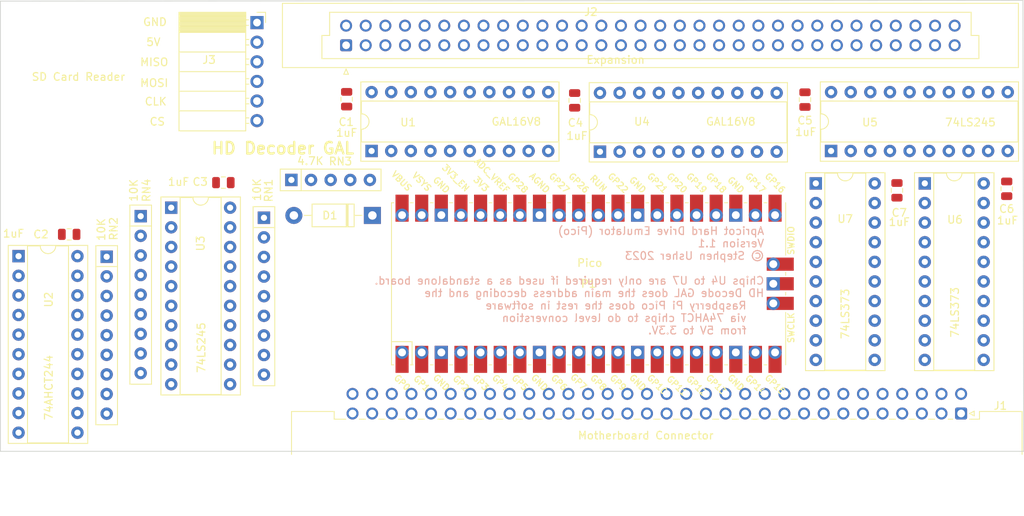
<source format=kicad_pcb>
(kicad_pcb (version 20211014) (generator pcbnew)
  (layers (0 "F.Cu" signal) (31 "B.Cu" signal) (34 "B.Paste" user) (35 "F.Paste" user) (36 "B.SilkS" user "B.Silkscreen") (37 "F.SilkS" user "F.Silkscreen") (38 "B.Mask" user) (39 "F.Mask" user) (44 "Edge.Cuts" user))
  (net 0 "")
  (net 1 "VCC")
  (net 2 "GND")
  (net 3 "+3.3V")
  (net 4 "CLK15")
  (net 5 "_BHE")
  (net 8 "AB13")
  (net 9 "AB5")
  (net 10 "AB3")
  (net 11 "AB1")
  (net 16 "AB7")
  (net 17 "_INT2")
  (net 18 "ALE")
  (net 20 "MRDY")
  (net 21 "DEN")
  (net 22 "_AIOWC")
  (net 23 "_RES")
  (net 24 "_IORC")
  (net 25 "DT_R")
  (net 26 "_MRDC")
  (net 27 "AB12")
  (net 28 "AB9")
  (net 29 "DB7")
  (net 30 "DB5")
  (net 31 "DB3")
  (net 32 "DB1")
  (net 38 "AB14")
  (net 39 "AB0")
  (net 40 "AB4")
  (net 41 "AB2")
  (net 46 "AB8")
  (net 47 "AB6")
  (net 48 "_INT3")
  (net 50 "IRDY")
  (net 51 "CLK5")
  (net 52 "_IOWC")
  (net 53 "_MWTC")
  (net 56 "_AMWC")
  (net 57 "AB11")
  (net 58 "AB10")
  (net 59 "DB6")
  (net 60 "DB4")
  (net 61 "DB2")
  (net 62 "DB0")
  (net 64 "D0")
  (net 65 "D1")
  (net 66 "D2")
  (net 67 "D3")
  (net 68 "D4")
  (net 69 "D5")
  (net 70 "D6")
  (net 71 "D7")
  (net 80 "_SELECTED")
  (net 81 "_MEM_OP")
  (net 82 "_IO_OP")
  (net 83 "_WE")
  (net 84 "IO_R_W")
  (net 86 "_I_BHE")
  (net 87 "_I_BLE")
  (net 88 "A0")
  (net 89 "A1")
  (net 90 "A2")
  (net 91 "A3")
  (net 92 "A4")
  (net 93 "A5")
  (net 94 "A6")
  (net 95 "A7")
  (net 96 "A8")
  (net 97 "A9")
  (net 98 "A10")
  (net 99 "A11")
  (net 100 "A12")
  (net 101 "A13")
  (net 109 "SPI_MISO")
  (net 110 "SPI_MOSI")
  (net 111 "SPI_CLK")
  (net 112 "SPI_CS")
  (net 113 "VSYS")
  (net 115 "P_INT")
  (net 125 "PA3")
  (net 126 "PA4")
  (net 127 "PA8")
  (net 128 "PIOWAIT")
  (net 129 "PA2")
  (net 130 "PA1")
  (net 131 "P_RW")
  (net 132 "P_SELECTED")
  (net 133 "PD7")
  (net 134 "PD6")
  (net 135 "PD5")
  (net 136 "PD4")
  (net 137 "PD3")
  (net 138 "PD2")
  (net 139 "PD1")
  (net 140 "PD0")
  (net 143 "_BOARD_OE")
  (footprint "Package_DIP:DIP-20_W7.62mm_Socket" (layer "F.Cu") (at 102.1 105.75)
    (fp_text reference "U3")
    (fp_text value "74LS245")
  )
  (footprint "Capacitor_SMD:C_0805_2012Metric" (layer "F.Cu") (at 210.2 103.3 -90)
    (fp_text reference "C6")
    (fp_text value "1uF")
  )
  (footprint "Capacitor_SMD:C_0805_2012Metric" (layer "F.Cu") (at 88.9 109.2 180)
    (fp_text reference "C2")
    (fp_text value "1uF")
  )
  (footprint "Resistor_THT:R_Array_SIP5" (layer "F.Cu") (at 117.65 102.15)
    (fp_text reference "RN3")
    (fp_text value "4.7K")
  )
  (footprint "Package_DIP:DIP-20_W7.62mm_Socket" (layer "F.Cu") (at 128.025 98.4 90)
    (fp_text reference "U1")
    (fp_text value "GAL16V8")
  )
  (footprint "Diode_THT:D_DO-41_SOD81_P10.16mm_Horizontal" (layer "F.Cu") (at 128.13 106.75 180)
    (fp_text reference "D1")
    (fp_text value "1N4001" hide)
  )
  (footprint "Package_DIP:DIP-20_W7.62mm_Socket" (layer "F.Cu") (at 199.6 102.6)
    (fp_text reference "U6")
    (fp_text value "74LS373")
  )
  (footprint "Resistor_THT:R_Array_SIP9" (layer "F.Cu") (at 93.75 112.1 -90)
    (fp_text reference "RN2")
    (fp_text value "10K")
  )
  (footprint "Package_DIP:DIP-20_W7.62mm_Socket" (layer "F.Cu") (at 185.5 102.6)
    (fp_text reference "U7")
    (fp_text value "74LS373")
  )
  (footprint "Capacitor_SMD:C_0805_2012Metric" (layer "F.Cu") (at 196 103.5 -90)
    (fp_text reference "C7")
    (fp_text value "1uF")
  )
  (footprint "Package_DIP:DIP-20_W7.62mm_Socket" (layer "F.Cu") (at 82.35 112.025)
    (fp_text reference "U2")
    (fp_text value "74AHCT244")
  )
  (footprint "Connector_DIN:DIN41612_B_2x32_Male_Horizontal_THT" (layer "F.Cu") (at 204.3 132.4 180)
    (fp_text reference "J1")
    (fp_text value "Motherboard Connector")
  )
  (footprint "Connector_DIN:DIN41612_B_2x32_Female_Vertical_THT" (layer "F.Cu") (at 124.73 84.7125 90)
    (fp_text reference "J2")
    (fp_text value "Expansion")
  )
  (footprint "Package_DIP:DIP-20_W7.62mm_Socket" (layer "F.Cu") (at 187.475 98.4 90)
    (fp_text reference "U5")
    (fp_text value "74LS245")
  )
  (footprint "MCU_RaspberryPi_and_Boards:RPi_Pico_SMD_TH" (layer "F.Cu") (at 156.1 115.6 90)
    (fp_text reference "P1")
    (fp_text value "Pico")
  )
  (footprint "Resistor_THT:R_Array_SIP9" (layer "F.Cu") (at 98.15 106.85 -90)
    (fp_text reference "RN4")
    (fp_text value "10K")
  )
  (footprint "Capacitor_SMD:C_0805_2012Metric" (layer "F.Cu") (at 154.3 91.85 -90)
    (fp_text reference "C4")
    (fp_text value "1uF")
  )
  (footprint "Package_DIP:DIP-20_W7.62mm_Socket" (layer "F.Cu") (at 157.575 98.5 90)
    (fp_text reference "U4")
    (fp_text value "GAL16V8")
  )
  (footprint "Capacitor_SMD:C_0805_2012Metric" (layer "F.Cu") (at 184.1 91.75 -90)
    (fp_text reference "C5")
    (fp_text value "1uF")
  )
  (footprint "Connector_PinSocket_2.54mm:PinSocket_1x06_P2.54mm_Horizontal" (layer "F.Cu") (at 113.2 81.775)
    (fp_text reference "J3")
    (fp_text value "SD_CARD_READER" hide)
  )
  (footprint "Resistor_THT:R_Array_SIP9" (layer "F.Cu") (at 114.1 107.05 -90)
    (fp_text reference "RN1")
    (fp_text value "10K")
  )
  (footprint "Capacitor_SMD:C_0805_2012Metric" (layer "F.Cu") (at 124.8 91.7 -90)
    (fp_text reference "C1")
    (fp_text value "1uF")
  )
  (footprint "Capacitor_SMD:C_0805_2012Metric" (layer "F.Cu") (at 108.85 102.5 180)
    (fp_text reference "C3")
    (fp_text value "1uF")
  )
  (gr_line (start 212.4 137.3) (end 80 137.3) (layer "Edge.Cuts") (width 0.1))
  (gr_line (start 212.3 78.9) (end 212.4 137.3) (layer "Edge.Cuts") (width 0.1))
  (gr_line (start 80 137.3) (end 80 79) (layer "Edge.Cuts") (width 0.1))
  (gr_line (start 80 79) (end 212.3 78.9) (layer "Edge.Cuts") (width 0.1))
  (gr_text "Apricot Hard Drive Emulator (Pico)\nVersion 1.1\n© Stephen Usher 2023\n\nChips U4 to U7 are only required if used as a standalone board.\nHD Decode GAL does the main address decoding and the\n   Raspberry Pi Pico does the rest in software\n   via 74AHCT chips to do level converstion\n   from 5V to 3.3V." (at 178.9 115.2) (layer "B.SilkS") (effects (font (size 1 1)) (justify left mirror)))
  (gr_text "MISO" (at 99.9 86.9) (layer "F.SilkS") (effects (font (size 1 1))))
  (gr_text "MOSI" (at 99.9 89.6) (layer "F.SilkS") (effects (font (size 1 1))))
  (gr_text "SD Card Reader" (at 90.1 88.8) (layer "F.SilkS") (effects (font (size 1 1))))
  (gr_text "CS" (at 100.3 94.6) (layer "F.SilkS") (effects (font (size 1 1))))
  (gr_text "CLK" (at 100.1 92) (layer "F.SilkS") (effects (font (size 1 1))))
  (gr_text "5V" (at 99.8 84.3) (layer "F.SilkS") (effects (font (size 1 1))))
  (gr_text "HD Decoder GAL" (at 116.55 98.05) (layer "F.SilkS") (effects (font (size 1.5 1.5) (thickness 0.3))))
  (gr_text "GND" (at 100 81.7) (layer "F.SilkS") (effects (font (size 1 1))))
)
</source>
